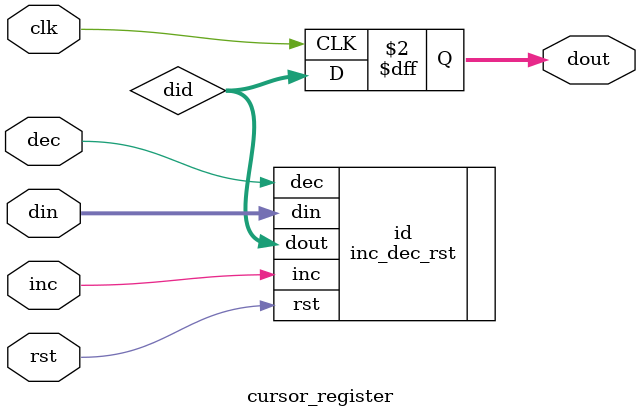
<source format=sv>
`include "inc_dec_rst.sv"

module cursor_register #(
    parameter N = 3
) (
    input  logic         clk, inc, dec, rst,
    input  logic [N-1:0] din,
    output logic [N-1:0] dout,
);

    logic [N-1:0] did;
    inc_dec_rst id(
        .inc(inc), .dec(dec), .rst(rst),
        .din(din), .dout(did)
    );

    always_ff @(negedge clk) begin
        dout <= did;
    end

endmodule
</source>
